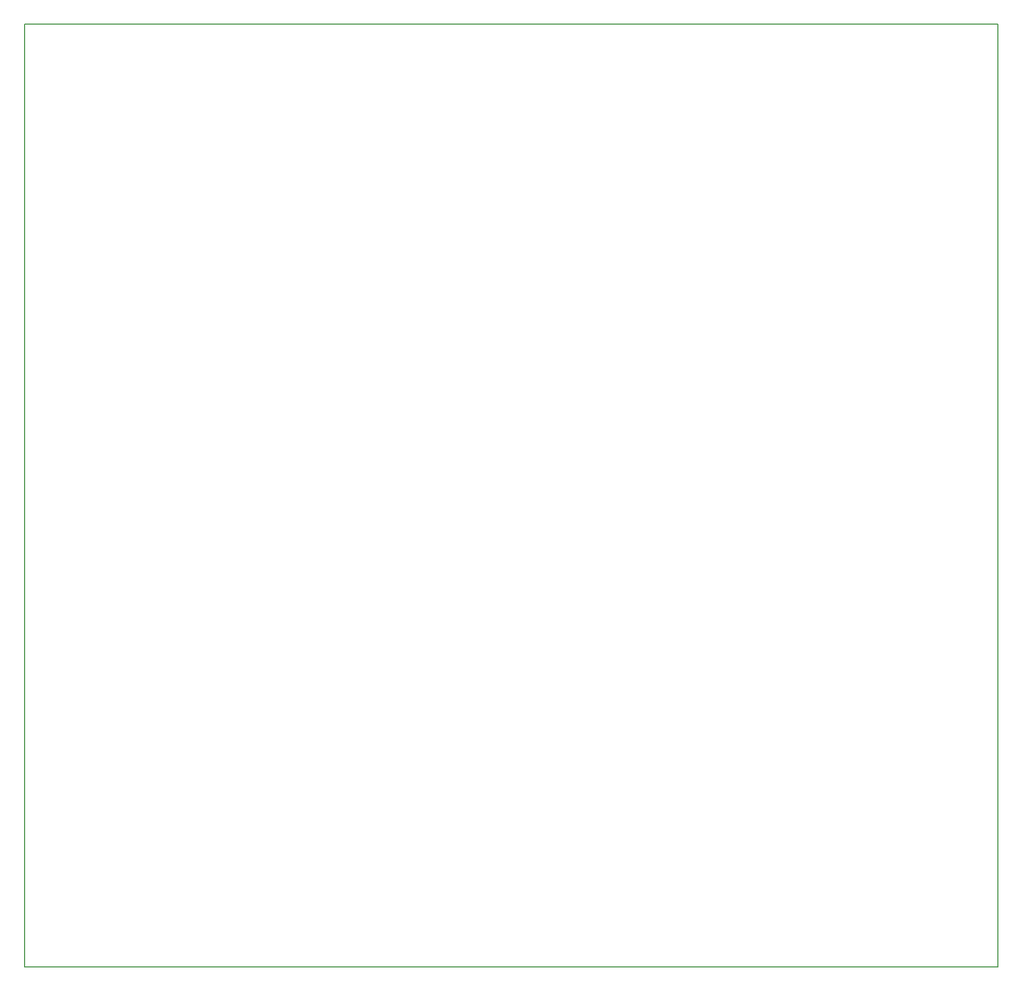
<source format=gko>
%FSLAX25Y25*%
%MOIN*%
G70*
G01*
G75*
G04 Layer_Color=16711935*
%ADD10C,0.00700*%
%ADD11R,0.02953X0.02559*%
%ADD12R,0.02559X0.02953*%
%ADD13R,0.01969X0.12992*%
%ADD14R,0.05118X0.12992*%
%ADD15R,0.01969X0.02362*%
%ADD16R,0.03937X0.04331*%
%ADD17R,0.04331X0.03937*%
%ADD18R,0.10630X0.06299*%
%ADD19R,0.02362X0.01969*%
%ADD20R,0.05906X0.05118*%
%ADD21R,0.05118X0.05906*%
G04:AMPARAMS|DCode=22|XSize=39.37mil|YSize=43.31mil|CornerRadius=0mil|HoleSize=0mil|Usage=FLASHONLY|Rotation=135.000|XOffset=0mil|YOffset=0mil|HoleType=Round|Shape=Rectangle|*
%AMROTATEDRECTD22*
4,1,4,0.02923,0.00139,-0.00139,-0.02923,-0.02923,-0.00139,0.00139,0.02923,0.02923,0.00139,0.0*
%
%ADD22ROTATEDRECTD22*%

%ADD23R,0.03937X0.03937*%
%ADD24R,0.03543X0.02362*%
%ADD25R,0.02362X0.03543*%
G04:AMPARAMS|DCode=26|XSize=23.62mil|YSize=35.43mil|CornerRadius=0mil|HoleSize=0mil|Usage=FLASHONLY|Rotation=330.000|XOffset=0mil|YOffset=0mil|HoleType=Round|Shape=Rectangle|*
%AMROTATEDRECTD26*
4,1,4,-0.01909,-0.00944,-0.00137,0.02125,0.01909,0.00944,0.00137,-0.02125,-0.01909,-0.00944,0.0*
%
%ADD26ROTATEDRECTD26*%

G04:AMPARAMS|DCode=27|XSize=23.62mil|YSize=35.43mil|CornerRadius=0mil|HoleSize=0mil|Usage=FLASHONLY|Rotation=210.000|XOffset=0mil|YOffset=0mil|HoleType=Round|Shape=Rectangle|*
%AMROTATEDRECTD27*
4,1,4,0.00137,0.02125,0.01909,-0.00944,-0.00137,-0.02125,-0.01909,0.00944,0.00137,0.02125,0.0*
%
%ADD27ROTATEDRECTD27*%

%ADD28R,0.02008X0.02953*%
G04:AMPARAMS|DCode=29|XSize=20.08mil|YSize=29.53mil|CornerRadius=0mil|HoleSize=0mil|Usage=FLASHONLY|Rotation=240.000|XOffset=0mil|YOffset=0mil|HoleType=Round|Shape=Rectangle|*
%AMROTATEDRECTD29*
4,1,4,-0.00777,0.01608,0.01781,0.00131,0.00777,-0.01608,-0.01781,-0.00131,-0.00777,0.01608,0.0*
%
%ADD29ROTATEDRECTD29*%

G04:AMPARAMS|DCode=30|XSize=20.08mil|YSize=29.53mil|CornerRadius=0mil|HoleSize=0mil|Usage=FLASHONLY|Rotation=300.000|XOffset=0mil|YOffset=0mil|HoleType=Round|Shape=Rectangle|*
%AMROTATEDRECTD30*
4,1,4,-0.01781,0.00131,0.00777,0.01608,0.01781,-0.00131,-0.00777,-0.01608,-0.01781,0.00131,0.0*
%
%ADD30ROTATEDRECTD30*%

%ADD31R,0.03347X0.03937*%
%ADD32R,0.03347X0.03937*%
%ADD33R,0.03937X0.03347*%
%ADD34R,0.03937X0.03347*%
%ADD35R,0.20472X0.03543*%
%ADD36R,0.06693X0.09843*%
%ADD37R,0.11417X0.21260*%
%ADD38R,0.04528X0.05512*%
%ADD39R,0.06299X0.07874*%
%ADD40R,0.02756X0.01181*%
%ADD41R,0.09843X0.06693*%
%ADD42O,0.07087X0.01181*%
%ADD43O,0.01181X0.07087*%
%ADD44R,0.09449X0.02992*%
%ADD45R,0.15157X0.21654*%
%ADD46R,0.04724X0.09843*%
%ADD47R,0.01575X0.05315*%
%ADD48R,0.06299X0.05512*%
%ADD49R,0.07480X0.07087*%
%ADD50R,0.09055X0.05118*%
%ADD51R,0.05118X0.09055*%
%ADD52R,0.07087X0.07480*%
%ADD53R,0.05512X0.06299*%
%ADD54R,0.05315X0.01575*%
%ADD55R,0.13386X0.07087*%
%ADD56R,0.01181X0.03347*%
%ADD57R,0.07087X0.05512*%
%ADD58R,0.06299X0.02992*%
%ADD59R,0.06102X0.01772*%
%ADD60C,0.03937*%
%ADD61R,0.02953X0.02008*%
%ADD62R,0.21654X0.27165*%
%ADD63R,0.03740X0.07480*%
%ADD64R,0.07008X0.01654*%
%ADD65R,0.11811X0.16535*%
%ADD66C,0.01000*%
%ADD67C,0.00600*%
%ADD68C,0.02000*%
%ADD69C,0.03000*%
G04:AMPARAMS|DCode=70|XSize=23.62mil|YSize=39.37mil|CornerRadius=0mil|HoleSize=0mil|Usage=FLASHONLY|Rotation=60.000|XOffset=0mil|YOffset=0mil|HoleType=Round|Shape=Rectangle|*
%AMROTATEDRECTD70*
4,1,4,0.01114,-0.02007,-0.02295,-0.00039,-0.01114,0.02007,0.02295,0.00039,0.01114,-0.02007,0.0*
%
%ADD70ROTATEDRECTD70*%

G04:AMPARAMS|DCode=71|XSize=23.62mil|YSize=39.37mil|CornerRadius=0mil|HoleSize=0mil|Usage=FLASHONLY|Rotation=120.000|XOffset=0mil|YOffset=0mil|HoleType=Round|Shape=Rectangle|*
%AMROTATEDRECTD71*
4,1,4,0.02295,-0.00039,-0.01114,-0.02007,-0.02295,0.00039,0.01114,0.02007,0.02295,-0.00039,0.0*
%
%ADD71ROTATEDRECTD71*%

%ADD72R,0.02362X0.03937*%
%ADD73R,0.02362X0.03740*%
%ADD74C,0.06000*%
%ADD75C,0.05906*%
%ADD76C,0.11811*%
%ADD77C,0.20000*%
%ADD78C,0.00394*%
%ADD79C,0.02000*%
%ADD80C,0.02598*%
%ADD81C,0.00984*%
%ADD82C,0.02362*%
%ADD83C,0.00787*%
%ADD84R,0.03753X0.03359*%
%ADD85R,0.03359X0.03753*%
%ADD86R,0.02769X0.13792*%
%ADD87R,0.05918X0.13792*%
%ADD88R,0.02769X0.03162*%
%ADD89R,0.04737X0.05131*%
%ADD90R,0.05131X0.04737*%
%ADD91R,0.11430X0.07099*%
%ADD92R,0.03162X0.02769*%
%ADD93R,0.06706X0.05918*%
%ADD94R,0.05918X0.06706*%
G04:AMPARAMS|DCode=95|XSize=47.37mil|YSize=51.31mil|CornerRadius=0mil|HoleSize=0mil|Usage=FLASHONLY|Rotation=135.000|XOffset=0mil|YOffset=0mil|HoleType=Round|Shape=Rectangle|*
%AMROTATEDRECTD95*
4,1,4,0.03489,0.00139,-0.00139,-0.03489,-0.03489,-0.00139,0.00139,0.03489,0.03489,0.00139,0.0*
%
%ADD95ROTATEDRECTD95*%

%ADD96R,0.04737X0.04737*%
%ADD97R,0.04343X0.03162*%
%ADD98R,0.03162X0.04343*%
G04:AMPARAMS|DCode=99|XSize=31.62mil|YSize=43.43mil|CornerRadius=0mil|HoleSize=0mil|Usage=FLASHONLY|Rotation=330.000|XOffset=0mil|YOffset=0mil|HoleType=Round|Shape=Rectangle|*
%AMROTATEDRECTD99*
4,1,4,-0.02455,-0.01090,-0.00283,0.02671,0.02455,0.01090,0.00283,-0.02671,-0.02455,-0.01090,0.0*
%
%ADD99ROTATEDRECTD99*%

G04:AMPARAMS|DCode=100|XSize=31.62mil|YSize=43.43mil|CornerRadius=0mil|HoleSize=0mil|Usage=FLASHONLY|Rotation=210.000|XOffset=0mil|YOffset=0mil|HoleType=Round|Shape=Rectangle|*
%AMROTATEDRECTD100*
4,1,4,0.00283,0.02671,0.02455,-0.01090,-0.00283,-0.02671,-0.02455,0.01090,0.00283,0.02671,0.0*
%
%ADD100ROTATEDRECTD100*%

%ADD101R,0.02808X0.03753*%
G04:AMPARAMS|DCode=102|XSize=28.08mil|YSize=37.53mil|CornerRadius=0mil|HoleSize=0mil|Usage=FLASHONLY|Rotation=240.000|XOffset=0mil|YOffset=0mil|HoleType=Round|Shape=Rectangle|*
%AMROTATEDRECTD102*
4,1,4,-0.00923,0.02154,0.02327,0.00278,0.00923,-0.02154,-0.02327,-0.00278,-0.00923,0.02154,0.0*
%
%ADD102ROTATEDRECTD102*%

G04:AMPARAMS|DCode=103|XSize=28.08mil|YSize=37.53mil|CornerRadius=0mil|HoleSize=0mil|Usage=FLASHONLY|Rotation=300.000|XOffset=0mil|YOffset=0mil|HoleType=Round|Shape=Rectangle|*
%AMROTATEDRECTD103*
4,1,4,-0.02327,0.00278,0.00923,0.02154,0.02327,-0.00278,-0.00923,-0.02154,-0.02327,0.00278,0.0*
%
%ADD103ROTATEDRECTD103*%

%ADD104R,0.04147X0.04737*%
%ADD105R,0.04147X0.04737*%
%ADD106R,0.04737X0.04147*%
%ADD107R,0.04737X0.04147*%
%ADD108R,0.21272X0.04343*%
%ADD109R,0.07493X0.10642*%
%ADD110R,0.12217X0.22060*%
%ADD111R,0.05328X0.06312*%
%ADD112R,0.06535X0.08110*%
%ADD113R,0.02992X0.01417*%
%ADD114R,0.10642X0.07493*%
%ADD115O,0.07887X0.01981*%
%ADD116O,0.01981X0.07887*%
%ADD117R,0.09843X0.03386*%
%ADD118R,0.15957X0.22453*%
%ADD119R,0.05524X0.10642*%
%ADD120R,0.01969X0.05709*%
%ADD121R,0.07099X0.06312*%
%ADD122R,0.08280X0.07887*%
%ADD123R,0.09855X0.05918*%
%ADD124R,0.05918X0.09855*%
%ADD125R,0.07887X0.08280*%
%ADD126R,0.06312X0.07099*%
%ADD127R,0.05709X0.01969*%
%ADD128R,0.14186X0.07887*%
%ADD129R,0.01981X0.04147*%
%ADD130R,0.07887X0.06312*%
%ADD131R,0.07099X0.03792*%
%ADD132R,0.06902X0.02572*%
%ADD133C,0.04737*%
%ADD134R,0.03753X0.02808*%
%ADD135R,0.22453X0.27965*%
%ADD136R,0.04540X0.08280*%
%ADD137R,0.07402X0.02047*%
%ADD138R,0.12205X0.16929*%
%ADD139C,0.02800*%
G04:AMPARAMS|DCode=140|XSize=31.62mil|YSize=47.37mil|CornerRadius=0mil|HoleSize=0mil|Usage=FLASHONLY|Rotation=60.000|XOffset=0mil|YOffset=0mil|HoleType=Round|Shape=Rectangle|*
%AMROTATEDRECTD140*
4,1,4,0.01261,-0.02554,-0.02842,-0.00185,-0.01261,0.02554,0.02842,0.00185,0.01261,-0.02554,0.0*
%
%ADD140ROTATEDRECTD140*%

G04:AMPARAMS|DCode=141|XSize=31.62mil|YSize=47.37mil|CornerRadius=0mil|HoleSize=0mil|Usage=FLASHONLY|Rotation=120.000|XOffset=0mil|YOffset=0mil|HoleType=Round|Shape=Rectangle|*
%AMROTATEDRECTD141*
4,1,4,0.02842,-0.00185,-0.01261,-0.02554,-0.02842,0.00185,0.01261,0.02554,0.02842,-0.00185,0.0*
%
%ADD141ROTATEDRECTD141*%

%ADD142R,0.03162X0.04737*%
%ADD143R,0.03162X0.04540*%
%ADD144C,0.06800*%
%ADD145C,0.00800*%
%ADD146C,0.06299*%
%ADD147C,0.04331*%
%ADD148C,0.06706*%
%ADD149C,0.12611*%
%ADD150C,0.20300*%
%ADD151C,0.02800*%
%ADD152C,0.03398*%
D67*
X0Y0D02*
X620000D01*
X0D02*
Y600000D01*
X620000D01*
Y0D02*
Y600000D01*
M02*

</source>
